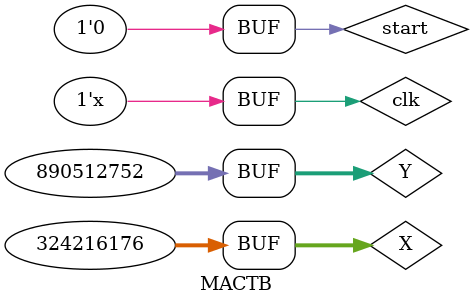
<source format=v>


module MACdp(input[31:0] X, Y, input clk, rst, ld_in, start, input[1:0] sel, output ready, output [19:0] out);
  wire[7:0] X1, X2, X3, X4, Y1, Y2, Y3, Y4, a, b,
            temp1, temp2, temp3, temp4;
  wire[15:0] multout;
  
  wire cout, cout1;
  wire[9:0] realout, imagout, real_adr_out, imag_adr_out, realtemp, imagtemp;
  
  reg8bit Xreg1(clk, rst, ld_in, X[7:0], X1);
  reg8bit Xreg2(clk, rst, ld_in, X[15:8], X2);
  reg8bit Xreg3(clk, rst, ld_in, X[23:16], X3);
  reg8bit Xreg4(clk, rst, ld_in, X[31:24], X4);
  
  reg8bit Yreg1(clk, rst, ld_in, Y[7:0], Y1);
  reg8bit Yreg2(clk, rst, ld_in, Y[15:8], Y2);
  reg8bit Yreg3(clk, rst, ld_in, Y[23:16], Y3);
  reg8bit Yreg4(clk, rst, ld_in, Y[31:24], Y4);
  
  mux8bit2to1 mux1(X1, X2, sel[1], temp1);
  mux8bit2to1 mux2(X3, X4, sel[1], temp2);
  mux8bit2to1 mux3(temp1, temp2, sel[0], a);
  
  mux8bit2to1 mux4(Y1, Y2, sel[1], temp3);
  mux8bit2to1 mux5(Y3, Y4, sel[1], temp4);
  mux8bit2to1 mux6(temp3, temp4, sel[0], b);
  
  complexmult4to4 mult(clk, start, a, b, ready, multout);

  assign realtemp = {2'b 00, multout[7:0]};
  assign imagtemp = {2'b 00, multout[15:8]};

  
  

  adder10bit adr(realtemp, realout, real_adr_out, cout);
  adder10bit adr1(imagtemp, imagout, imag_adr_out, cout1);

  reg10bit outreg(clk, rst, real_adr_out, realout);
  reg10bit outreg1(clk, rst, imag_adr_out, imagout);

  assign out = {realout, imagout};
endmodule


module MACcu(input clk, start, mult_ready, output reg [1:0] sel, output reg ready, reg_rst, ld_in, mult_start);
	reg[3:0] ns, ps;
	
	always @(ps, start)begin
		ns = 4'b 0000;
		{ready, mult_start, sel} = 4'b 0000;
		case(ps)
			4'b 0000: begin ns = start? 4'b 0001: 4'b 0000; ready = 1'b 1;  end
			4'b 0001: begin ns = 4'b 0010; {reg_rst, ld_in} = 2'b 11; end 
			4'b 0010: begin ns = 4'b 0011; {mult_start, sel} = 3'b 100; end
			4'b 0011: begin ns = mult_ready? 4'b 0100: 4'b 0011; end
			4'b 0100: begin ns = 4'b 0101; {mult_start, sel} = 3'b 101; end
			4'b 0101: begin ns = mult_ready? 4'b 0110: 4'b 0101; end
			4'b 0110: begin ns = 4'b 0111; {mult_start, sel} = 3'b 110; end
			4'b 0111: begin ns = mult_ready? 4'b 1000: 4'b 0111; end
			4'b 1000: begin ns = 4'b 1001; {mult_start, sel} = 3'b 111; end
			4'b 1001: begin ns = mult_ready? 4'b 0000: 4'b 1001; end
		endcase
	end
	always @(posedge clk) begin
		ps <= ns;
	end

endmodule

module MAC(input[31:0] X, Y, input clk, start, output ready, output [19:0] out);
	wire[1:0] sel;
	wire reg_rst, ld_in, mult_start, mult_ready;

	MACdp dp(X, Y, clk, reg_rst, ld_in, mult_start, sel, mult_ready, out);
	MACcu cu(clk, start, mult_ready, sel, ready, reg_rst,ld_in, mult_start);

endmodule


module MACTB();
    reg[31:0] X, Y;
    reg clk;
    reg start;
    wire finish;
    wire [19:0]out; 

    MAC mac(X,Y, clk, start, finish, out);

    always @(*) begin
        repeat(5000)
            #5 clk = ~clk;
    end

    initial begin
	X = 32'b 0001_0011_0101_0011_0010_0101_0111_0000;
	Y = 32'b 0011_0101_0001_0100_0010_0101_0111_0000;
        

        start = 0;
        clk = 0;
        #20 start = 1;
		#20 start = 0;
    end

endmodule

</source>
